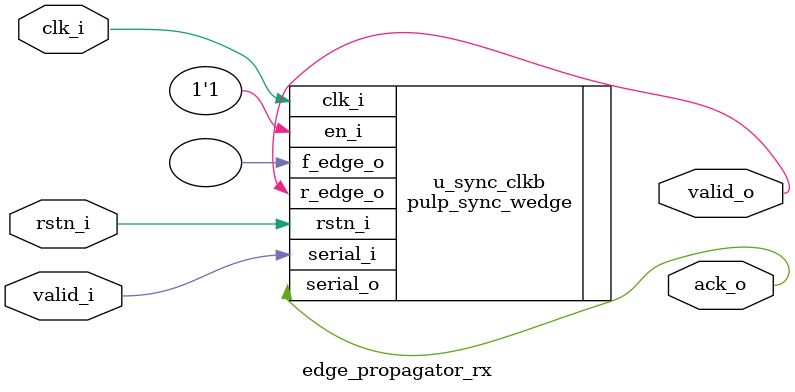
<source format=sv>


module edge_propagator_rx
  (
   input  logic clk_i,
   input  logic rstn_i,
   input  logic valid_i,
   output logic ack_o,
   output logic valid_o
   );
   
   pulp_sync_wedge  u_sync_clkb
     (
      .clk_i(clk_i), 
      .rstn_i(rstn_i), 
      .en_i(1'b1), 
      .serial_i(valid_i), 
      .r_edge_o(valid_o), 
      .f_edge_o(), 
      .serial_o(ack_o)
      );
   
endmodule

</source>
